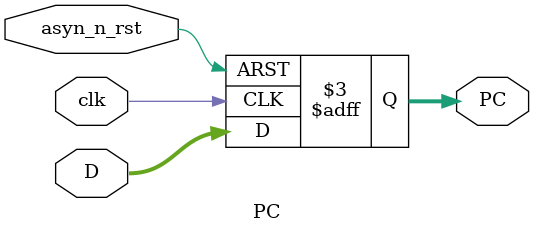
<source format=sv>
module PC(
input logic clk,
	input logic asyn_n_rst,
	input logic [31:0] D,
	output logic [31:0] PC
	);
	
	
	always_ff @(posedge clk or negedge asyn_n_rst) begin	
		if(!asyn_n_rst) PC <= 32'b0;
		else PC <= D;
	end
	
endmodule

</source>
